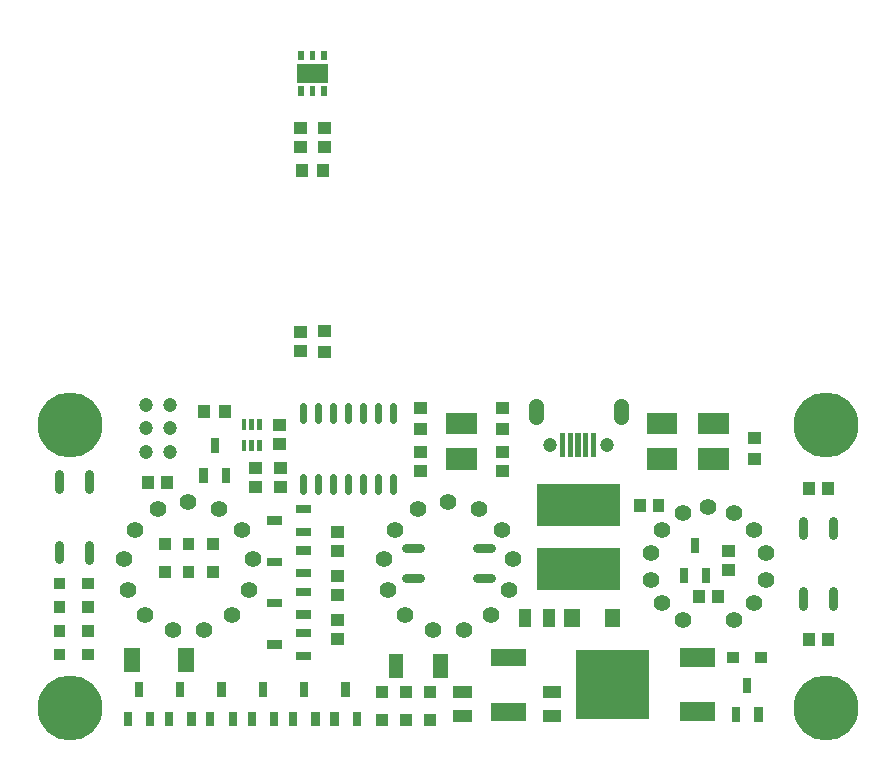
<source format=gbs>
G04 Layer: BottomSolderMaskLayer*
G04 EasyEDA v6.4.5, 2020-08-30T10:48:13+03:00*
G04 413a31d708cc4da382682e4194c4ac02,19ad15c176e44a5d96a851d9d78d95a1,10*
G04 Gerber Generator version 0.2*
G04 Scale: 100 percent, Rotated: No, Reflected: No *
G04 Dimensions in millimeters *
G04 leading zeros omitted , absolute positions ,3 integer and 3 decimal *
%FSLAX33Y33*%
%MOMM*%
G90*
G71D02*

%ADD21C,1.199998*%
%ADD22C,5.499989*%
%ADD23C,1.399997*%
%ADD24C,1.299997*%
%ADD27C,0.599999*%
%ADD30C,0.799998*%

%LPD*%
G54D27*
G01X22690Y27399D02*
G01X22690Y28599D01*
G01X23960Y27399D02*
G01X23960Y28599D01*
G01X25230Y27399D02*
G01X25230Y28599D01*
G01X26500Y27399D02*
G01X26500Y28599D01*
G01X27770Y27399D02*
G01X27770Y28599D01*
G01X29040Y27399D02*
G01X29040Y28599D01*
G01X30310Y27399D02*
G01X30310Y28599D01*
G01X22690Y21400D02*
G01X22690Y22600D01*
G01X23960Y21400D02*
G01X23960Y22600D01*
G01X25230Y21400D02*
G01X25230Y22600D01*
G01X26500Y21400D02*
G01X26500Y22600D01*
G01X27770Y21400D02*
G01X27770Y22600D01*
G01X29040Y21400D02*
G01X29040Y22600D01*
G01X30310Y21400D02*
G01X30310Y22600D01*
G54D24*
G01X49600Y27657D02*
G01X49600Y28557D01*
G01X42400Y27657D02*
G01X42400Y28557D01*
G54D30*
G01X1999Y22799D02*
G01X1999Y21599D01*
G01X4539Y22799D02*
G01X4539Y21599D01*
G01X4542Y16792D02*
G01X4542Y15592D01*
G01X1999Y16800D02*
G01X1999Y15600D01*
G01X31399Y14000D02*
G01X32599Y14000D01*
G01X31399Y16540D02*
G01X32599Y16540D01*
G01X37407Y16542D02*
G01X38607Y16542D01*
G01X37399Y14000D02*
G01X38599Y14000D01*
G01X65000Y18899D02*
G01X65000Y17699D01*
G01X67540Y18899D02*
G01X67540Y17699D01*
G01X67542Y12892D02*
G01X67542Y11692D01*
G01X65000Y12900D02*
G01X65000Y11700D01*
G54D21*
G01X9400Y28700D03*
G01X9400Y26700D03*
G01X9400Y24700D03*
G01X11400Y24700D03*
G01X11400Y26700D03*
G01X11400Y28700D03*
G54D22*
G01X67000Y26999D03*
G01X67000Y3000D03*
G01X2999Y3000D03*
G01X2999Y26999D03*
G36*
G01X7574Y6100D02*
G01X8924Y6100D01*
G01X8924Y8100D01*
G01X7574Y8100D01*
G01X7574Y6100D01*
G37*
G36*
G01X12074Y6100D02*
G01X13424Y6100D01*
G01X13424Y8100D01*
G01X12074Y8100D01*
G01X12074Y6100D01*
G37*
G36*
G01X59275Y15829D02*
G01X59275Y16829D01*
G01X58175Y16829D01*
G01X58175Y15829D01*
G01X59275Y15829D01*
G37*
G36*
G01X59275Y14229D02*
G01X59275Y15229D01*
G01X58175Y15229D01*
G01X58175Y14229D01*
G01X59275Y14229D01*
G37*
G36*
G01X57299Y11900D02*
G01X58299Y11900D01*
G01X58299Y13000D01*
G01X57299Y13000D01*
G01X57299Y11900D01*
G37*
G36*
G01X55699Y11900D02*
G01X56699Y11900D01*
G01X56699Y13000D01*
G01X55699Y13000D01*
G01X55699Y11900D01*
G37*
G36*
G01X21925Y33774D02*
G01X21925Y32774D01*
G01X23025Y32774D01*
G01X23025Y33774D01*
G01X21925Y33774D01*
G37*
G36*
G01X21925Y35374D02*
G01X21925Y34374D01*
G01X23025Y34374D01*
G01X23025Y35374D01*
G01X21925Y35374D01*
G37*
G36*
G01X22249Y58648D02*
G01X22249Y57848D01*
G01X22749Y57848D01*
G01X22749Y58648D01*
G01X22249Y58648D01*
G37*
G36*
G01X23250Y58648D02*
G01X23250Y57848D01*
G01X23750Y57848D01*
G01X23750Y58648D01*
G01X23250Y58648D01*
G37*
G36*
G01X24251Y58648D02*
G01X24251Y57848D01*
G01X24750Y57848D01*
G01X24750Y58648D01*
G01X24251Y58648D01*
G37*
G36*
G01X24251Y55648D02*
G01X24251Y54848D01*
G01X24750Y54848D01*
G01X24750Y55648D01*
G01X24251Y55648D01*
G37*
G36*
G01X23250Y55648D02*
G01X23250Y54848D01*
G01X23750Y54848D01*
G01X23750Y55648D01*
G01X23250Y55648D01*
G37*
G36*
G01X22252Y55648D02*
G01X22252Y54848D01*
G01X22751Y54848D01*
G01X22751Y55648D01*
G01X22252Y55648D01*
G37*
G36*
G01X24800Y57551D02*
G01X22200Y57551D01*
G01X22200Y55951D01*
G01X24800Y55951D01*
G01X24800Y57551D01*
G37*
G36*
G01X14874Y24599D02*
G01X15574Y24599D01*
G01X15574Y25849D01*
G01X14874Y25849D01*
G01X14874Y24599D01*
G37*
G36*
G01X13924Y22100D02*
G01X14624Y22100D01*
G01X14624Y23350D01*
G01X13924Y23350D01*
G01X13924Y22100D01*
G37*
G36*
G01X15824Y22100D02*
G01X16524Y22100D01*
G01X16524Y23350D01*
G01X15824Y23350D01*
G01X15824Y22100D01*
G37*
G36*
G01X42500Y21950D02*
G01X42500Y18450D01*
G01X49500Y18450D01*
G01X49500Y21950D01*
G01X42500Y21950D01*
G37*
G36*
G01X42500Y16550D02*
G01X42500Y13050D01*
G01X49500Y13050D01*
G01X49500Y16550D01*
G01X42500Y16550D01*
G37*
G36*
G01X20225Y22250D02*
G01X20225Y21250D01*
G01X21325Y21250D01*
G01X21325Y22250D01*
G01X20225Y22250D01*
G37*
G36*
G01X20225Y23850D02*
G01X20225Y22850D01*
G01X21325Y22850D01*
G01X21325Y23850D01*
G01X20225Y23850D01*
G37*
G36*
G01X25049Y16849D02*
G01X25049Y15849D01*
G01X26149Y15849D01*
G01X26149Y16849D01*
G01X25049Y16849D01*
G37*
G36*
G01X25049Y18449D02*
G01X25049Y17449D01*
G01X26149Y17449D01*
G01X26149Y18449D01*
G01X25049Y18449D01*
G37*
G36*
G01X25048Y13101D02*
G01X25048Y12101D01*
G01X26148Y12101D01*
G01X26148Y13101D01*
G01X25048Y13101D01*
G37*
G36*
G01X25048Y14701D02*
G01X25048Y13701D01*
G01X26148Y13701D01*
G01X26148Y14701D01*
G01X25048Y14701D01*
G37*
G36*
G01X25048Y9349D02*
G01X25048Y8349D01*
G01X26148Y8349D01*
G01X26148Y9349D01*
G01X25048Y9349D01*
G37*
G36*
G01X25048Y10949D02*
G01X25048Y9949D01*
G01X26148Y9949D01*
G01X26148Y10949D01*
G01X25048Y10949D01*
G37*
G36*
G01X44574Y3850D02*
G01X44574Y4850D01*
G01X43023Y4850D01*
G01X43023Y3850D01*
G01X44574Y3850D01*
G37*
G36*
G01X44574Y1850D02*
G01X44574Y2850D01*
G01X43023Y2850D01*
G01X43023Y1850D01*
G01X44574Y1850D01*
G37*
G36*
G01X42001Y11415D02*
G01X41001Y11415D01*
G01X41001Y9865D01*
G01X42001Y9865D01*
G01X42001Y11415D01*
G37*
G36*
G01X44001Y11415D02*
G01X43001Y11415D01*
G01X43001Y9865D01*
G01X44001Y9865D01*
G01X44001Y11415D01*
G37*
G36*
G01X21924Y51025D02*
G01X21924Y50025D01*
G01X23024Y50025D01*
G01X23024Y51025D01*
G01X21924Y51025D01*
G37*
G36*
G01X21924Y52625D02*
G01X21924Y51625D01*
G01X23024Y51625D01*
G01X23024Y52625D01*
G01X21924Y52625D01*
G37*
G36*
G01X23974Y51025D02*
G01X23974Y50025D01*
G01X25074Y50025D01*
G01X25074Y51025D01*
G01X23974Y51025D01*
G37*
G36*
G01X23974Y52625D02*
G01X23974Y51625D01*
G01X25074Y51625D01*
G01X25074Y52625D01*
G01X23974Y52625D01*
G37*
G36*
G01X20174Y25900D02*
G01X20174Y24900D01*
G01X21274Y24900D01*
G01X21274Y25900D01*
G01X20174Y25900D01*
G37*
G36*
G01X20174Y27500D02*
G01X20174Y26500D01*
G01X21274Y26500D01*
G01X21274Y27500D01*
G01X20174Y27500D01*
G37*
G36*
G01X19250Y22850D02*
G01X19250Y23850D01*
G01X18150Y23850D01*
G01X18150Y22850D01*
G01X19250Y22850D01*
G37*
G36*
G01X19250Y21250D02*
G01X19250Y22250D01*
G01X18150Y22250D01*
G01X18150Y21250D01*
G01X19250Y21250D01*
G37*
G36*
G01X66050Y22201D02*
G01X65050Y22201D01*
G01X65050Y21100D01*
G01X66050Y21100D01*
G01X66050Y22201D01*
G37*
G36*
G01X67650Y22201D02*
G01X66650Y22201D01*
G01X66650Y21100D01*
G01X67650Y21100D01*
G01X67650Y22201D01*
G37*
G36*
G01X66050Y9351D02*
G01X65050Y9351D01*
G01X65050Y8251D01*
G01X66050Y8251D01*
G01X66050Y9351D01*
G37*
G36*
G01X67650Y9351D02*
G01X66650Y9351D01*
G01X66650Y8251D01*
G01X67650Y8251D01*
G01X67650Y9351D01*
G37*
G36*
G01X35424Y2850D02*
G01X35424Y1850D01*
G01X36974Y1850D01*
G01X36974Y2850D01*
G01X35424Y2850D01*
G37*
G36*
G01X35424Y4850D02*
G01X35424Y3850D01*
G01X36974Y3850D01*
G01X36974Y4850D01*
G01X35424Y4850D01*
G37*
G36*
G01X33199Y26150D02*
G01X33199Y27150D01*
G01X32099Y27150D01*
G01X32099Y26150D01*
G01X33199Y26150D01*
G37*
G36*
G01X33199Y27950D02*
G01X33199Y28950D01*
G01X32099Y28950D01*
G01X32099Y27950D01*
G01X33199Y27950D01*
G37*
G36*
G01X29949Y5600D02*
G01X31199Y5600D01*
G01X31199Y7600D01*
G01X29949Y7600D01*
G01X29949Y5600D01*
G37*
G36*
G01X33699Y5600D02*
G01X34949Y5600D01*
G01X34949Y7600D01*
G01X33699Y7600D01*
G01X33699Y5600D01*
G37*
G36*
G01X58749Y23203D02*
G01X58749Y25002D01*
G01X56149Y25002D01*
G01X56149Y23203D01*
G01X58749Y23203D01*
G37*
G36*
G01X58749Y26205D02*
G01X58749Y28005D01*
G01X56149Y28005D01*
G01X56149Y26205D01*
G01X58749Y26205D01*
G37*
G36*
G01X33199Y24200D02*
G01X33199Y25200D01*
G01X32099Y25200D01*
G01X32099Y24200D01*
G01X33199Y24200D01*
G37*
G36*
G01X33199Y22600D02*
G01X33199Y23600D01*
G01X32099Y23600D01*
G01X32099Y22600D01*
G01X33199Y22600D01*
G37*
G36*
G01X54590Y8090D02*
G01X54590Y6489D01*
G01X57589Y6489D01*
G01X57589Y8090D01*
G01X54590Y8090D01*
G37*
G36*
G01X54590Y3510D02*
G01X54590Y1909D01*
G01X57589Y1909D01*
G01X57589Y3510D01*
G01X54590Y3510D01*
G37*
G36*
G01X45809Y7925D02*
G01X45809Y2125D01*
G01X52010Y2125D01*
G01X52010Y7925D01*
G01X45809Y7925D01*
G37*
G36*
G01X12499Y17425D02*
G01X12499Y16425D01*
G01X13499Y16425D01*
G01X13499Y17425D01*
G01X12499Y17425D01*
G37*
G36*
G01X12499Y15025D02*
G01X12499Y14025D01*
G01X13499Y14025D01*
G01X13499Y15025D01*
G01X12499Y15025D01*
G37*
G36*
G01X14549Y17425D02*
G01X14549Y16425D01*
G01X15549Y16425D01*
G01X15549Y17425D01*
G01X14549Y17425D01*
G37*
G36*
G01X14549Y15025D02*
G01X14549Y14025D01*
G01X15549Y14025D01*
G01X15549Y15025D01*
G01X14549Y15025D01*
G37*
G36*
G01X32920Y4899D02*
G01X32920Y3899D01*
G01X33920Y3899D01*
G01X33920Y4899D01*
G01X32920Y4899D01*
G37*
G36*
G01X32920Y2499D02*
G01X32920Y1499D01*
G01X33920Y1499D01*
G01X33920Y2499D01*
G01X32920Y2499D01*
G37*
G36*
G01X30910Y4899D02*
G01X30910Y3899D01*
G01X31910Y3899D01*
G01X31910Y4899D01*
G01X30910Y4899D01*
G37*
G36*
G01X30910Y2499D02*
G01X30910Y1499D01*
G01X31910Y1499D01*
G01X31910Y2499D01*
G01X30910Y2499D01*
G37*
G36*
G01X28900Y4899D02*
G01X28900Y3899D01*
G01X29900Y3899D01*
G01X29900Y4899D01*
G01X28900Y4899D01*
G37*
G36*
G01X28900Y2499D02*
G01X28900Y1499D01*
G01X29900Y1499D01*
G01X29900Y2499D01*
G01X28900Y2499D01*
G37*
G36*
G01X4980Y8060D02*
G01X3980Y8060D01*
G01X3980Y7060D01*
G01X4980Y7060D01*
G01X4980Y8060D01*
G37*
G36*
G01X2580Y8060D02*
G01X1580Y8060D01*
G01X1580Y7060D01*
G01X2580Y7060D01*
G01X2580Y8060D01*
G37*
G36*
G01X4980Y10060D02*
G01X3980Y10060D01*
G01X3980Y9060D01*
G01X4980Y9060D01*
G01X4980Y10060D01*
G37*
G36*
G01X2580Y10060D02*
G01X1580Y10060D01*
G01X1580Y9060D01*
G01X2580Y9060D01*
G01X2580Y10060D01*
G37*
G36*
G01X4980Y12060D02*
G01X3980Y12060D01*
G01X3980Y11060D01*
G01X4980Y11060D01*
G01X4980Y12060D01*
G37*
G36*
G01X2580Y12060D02*
G01X1580Y12060D01*
G01X1580Y11060D01*
G01X2580Y11060D01*
G01X2580Y12060D01*
G37*
G36*
G01X4980Y14060D02*
G01X3980Y14060D01*
G01X3980Y13060D01*
G01X4980Y13060D01*
G01X4980Y14060D01*
G37*
G36*
G01X2580Y14060D02*
G01X1580Y14060D01*
G01X1580Y13060D01*
G01X2580Y13060D01*
G01X2580Y14060D01*
G37*
G36*
G01X10499Y17425D02*
G01X10499Y16425D01*
G01X11499Y16425D01*
G01X11499Y17425D01*
G01X10499Y17425D01*
G37*
G36*
G01X10499Y15025D02*
G01X10499Y14025D01*
G01X11499Y14025D01*
G01X11499Y15025D01*
G01X10499Y15025D01*
G37*
G36*
G01X47514Y24292D02*
G01X47514Y26292D01*
G01X47064Y26292D01*
G01X47064Y24292D01*
G01X47514Y24292D01*
G37*
G36*
G01X46864Y24292D02*
G01X46864Y26292D01*
G01X46414Y26292D01*
G01X46414Y24292D01*
G01X46864Y24292D01*
G37*
G36*
G01X46214Y24292D02*
G01X46214Y26292D01*
G01X45764Y26292D01*
G01X45764Y24292D01*
G01X46214Y24292D01*
G37*
G36*
G01X45564Y24292D02*
G01X45564Y26292D01*
G01X45114Y26292D01*
G01X45114Y24292D01*
G01X45564Y24292D01*
G37*
G36*
G01X44914Y24292D02*
G01X44914Y26292D01*
G01X44464Y26292D01*
G01X44464Y24292D01*
G01X44914Y24292D01*
G37*
G54D21*
G01X43589Y25307D03*
G01X48430Y25307D03*
G36*
G01X54399Y23203D02*
G01X54399Y25002D01*
G01X51799Y25002D01*
G01X51799Y23203D01*
G01X54399Y23203D01*
G37*
G36*
G01X54399Y26205D02*
G01X54399Y28005D01*
G01X51799Y28005D01*
G01X51799Y26205D01*
G01X54399Y26205D01*
G37*
G36*
G01X59949Y4324D02*
G01X60649Y4324D01*
G01X60649Y5574D01*
G01X59949Y5574D01*
G01X59949Y4324D01*
G37*
G36*
G01X58999Y1825D02*
G01X59699Y1825D01*
G01X59699Y3075D01*
G01X58999Y3075D01*
G01X58999Y1825D01*
G37*
G36*
G01X60899Y1825D02*
G01X61599Y1825D01*
G01X61599Y3075D01*
G01X60899Y3075D01*
G01X60899Y1825D01*
G37*
G36*
G01X41600Y6554D02*
G01X41600Y8054D01*
G01X38600Y8054D01*
G01X38600Y6554D01*
G01X41600Y6554D01*
G37*
G36*
G01X41600Y1945D02*
G01X41600Y3445D01*
G01X38600Y3445D01*
G01X38600Y1945D01*
G01X41600Y1945D01*
G37*
G36*
G01X60399Y26399D02*
G01X60399Y25399D01*
G01X61499Y25399D01*
G01X61499Y26399D01*
G01X60399Y26399D01*
G37*
G36*
G01X60399Y24599D02*
G01X60399Y23599D01*
G01X61499Y23599D01*
G01X61499Y24599D01*
G01X60399Y24599D01*
G37*
G36*
G01X61999Y7800D02*
G01X60999Y7800D01*
G01X60999Y6800D01*
G01X61999Y6800D01*
G01X61999Y7800D01*
G37*
G36*
G01X59599Y7800D02*
G01X58599Y7800D01*
G01X58599Y6800D01*
G01X59599Y6800D01*
G01X59599Y7800D01*
G37*
G36*
G01X20875Y18550D02*
G01X20875Y19250D01*
G01X19625Y19250D01*
G01X19625Y18550D01*
G01X20875Y18550D01*
G37*
G36*
G01X23374Y17600D02*
G01X23374Y18300D01*
G01X22124Y18300D01*
G01X22124Y17600D01*
G01X23374Y17600D01*
G37*
G36*
G01X23374Y19499D02*
G01X23374Y20199D01*
G01X22124Y20199D01*
G01X22124Y19499D01*
G01X23374Y19499D01*
G37*
G36*
G01X20875Y11549D02*
G01X20875Y12250D01*
G01X19625Y12250D01*
G01X19625Y11549D01*
G01X20875Y11549D01*
G37*
G36*
G01X23374Y10600D02*
G01X23374Y11300D01*
G01X22124Y11300D01*
G01X22124Y10600D01*
G01X23374Y10600D01*
G37*
G36*
G01X23374Y12499D02*
G01X23374Y13199D01*
G01X22124Y13199D01*
G01X22124Y12499D01*
G01X23374Y12499D01*
G37*
G36*
G01X25949Y3974D02*
G01X26649Y3974D01*
G01X26649Y5224D01*
G01X25949Y5224D01*
G01X25949Y3974D01*
G37*
G36*
G01X25000Y1475D02*
G01X25700Y1475D01*
G01X25700Y2725D01*
G01X25000Y2725D01*
G01X25000Y1475D01*
G37*
G36*
G01X26899Y1475D02*
G01X27599Y1475D01*
G01X27599Y2725D01*
G01X26899Y2725D01*
G01X26899Y1475D01*
G37*
G36*
G01X20875Y15049D02*
G01X20875Y15750D01*
G01X19625Y15750D01*
G01X19625Y15049D01*
G01X20875Y15049D01*
G37*
G36*
G01X23374Y14100D02*
G01X23374Y14800D01*
G01X22124Y14800D01*
G01X22124Y14100D01*
G01X23374Y14100D01*
G37*
G36*
G01X23374Y15999D02*
G01X23374Y16699D01*
G01X22124Y16699D01*
G01X22124Y15999D01*
G01X23374Y15999D01*
G37*
G36*
G01X20875Y8049D02*
G01X20875Y8750D01*
G01X19625Y8750D01*
G01X19625Y8049D01*
G01X20875Y8049D01*
G37*
G36*
G01X23374Y7100D02*
G01X23374Y7800D01*
G01X22124Y7800D01*
G01X22124Y7100D01*
G01X23374Y7100D01*
G37*
G36*
G01X23374Y8999D02*
G01X23374Y9699D01*
G01X22124Y9699D01*
G01X22124Y8999D01*
G01X23374Y8999D01*
G37*
G36*
G01X22449Y3974D02*
G01X23149Y3974D01*
G01X23149Y5224D01*
G01X22449Y5224D01*
G01X22449Y3974D01*
G37*
G36*
G01X21500Y1475D02*
G01X22200Y1475D01*
G01X22200Y2725D01*
G01X21500Y2725D01*
G01X21500Y1475D01*
G37*
G36*
G01X23399Y1475D02*
G01X24099Y1475D01*
G01X24099Y2725D01*
G01X23399Y2725D01*
G01X23399Y1475D01*
G37*
G36*
G01X18948Y3974D02*
G01X19649Y3974D01*
G01X19649Y5224D01*
G01X18948Y5224D01*
G01X18948Y3974D01*
G37*
G36*
G01X17999Y1475D02*
G01X18699Y1475D01*
G01X18699Y2725D01*
G01X17999Y2725D01*
G01X17999Y1475D01*
G37*
G36*
G01X19898Y1475D02*
G01X20598Y1475D01*
G01X20598Y2725D01*
G01X19898Y2725D01*
G01X19898Y1475D01*
G37*
G36*
G01X15449Y3974D02*
G01X16150Y3974D01*
G01X16150Y5224D01*
G01X15449Y5224D01*
G01X15449Y3974D01*
G37*
G36*
G01X14500Y1475D02*
G01X15200Y1475D01*
G01X15200Y2725D01*
G01X14500Y2725D01*
G01X14500Y1475D01*
G37*
G36*
G01X16399Y1475D02*
G01X17099Y1475D01*
G01X17099Y2725D01*
G01X16399Y2725D01*
G01X16399Y1475D01*
G37*
G36*
G01X11949Y3974D02*
G01X12649Y3974D01*
G01X12649Y5224D01*
G01X11949Y5224D01*
G01X11949Y3974D01*
G37*
G36*
G01X11000Y1475D02*
G01X11700Y1475D01*
G01X11700Y2725D01*
G01X11000Y2725D01*
G01X11000Y1475D01*
G37*
G36*
G01X12899Y1475D02*
G01X13599Y1475D01*
G01X13599Y2725D01*
G01X12899Y2725D01*
G01X12899Y1475D01*
G37*
G36*
G01X8449Y3974D02*
G01X9149Y3974D01*
G01X9149Y5224D01*
G01X8449Y5224D01*
G01X8449Y3974D01*
G37*
G36*
G01X7500Y1475D02*
G01X8200Y1475D01*
G01X8200Y2725D01*
G01X7500Y2725D01*
G01X7500Y1475D01*
G37*
G36*
G01X9399Y1475D02*
G01X10099Y1475D01*
G01X10099Y2725D01*
G01X9399Y2725D01*
G01X9399Y1475D01*
G37*
G36*
G01X37399Y23203D02*
G01X37399Y25002D01*
G01X34799Y25002D01*
G01X34799Y23203D01*
G01X37399Y23203D01*
G37*
G36*
G01X37399Y26205D02*
G01X37399Y28005D01*
G01X34799Y28005D01*
G01X34799Y26205D01*
G01X37399Y26205D01*
G37*
G36*
G01X39049Y28949D02*
G01X39049Y27949D01*
G01X40149Y27949D01*
G01X40149Y28949D01*
G01X39049Y28949D01*
G37*
G36*
G01X39049Y27149D02*
G01X39049Y26149D01*
G01X40149Y26149D01*
G01X40149Y27149D01*
G01X39049Y27149D01*
G37*
G36*
G01X24899Y49099D02*
G01X23899Y49099D01*
G01X23899Y47999D01*
G01X24899Y47999D01*
G01X24899Y49099D01*
G37*
G36*
G01X23099Y49099D02*
G01X22099Y49099D01*
G01X22099Y47999D01*
G01X23099Y47999D01*
G01X23099Y49099D01*
G37*
G36*
G01X13799Y27549D02*
G01X14799Y27549D01*
G01X14799Y28650D01*
G01X13799Y28650D01*
G01X13799Y27549D01*
G37*
G36*
G01X15600Y27549D02*
G01X16600Y27549D01*
G01X16600Y28650D01*
G01X15600Y28650D01*
G01X15600Y27549D01*
G37*
G36*
G01X18149Y26599D02*
G01X18549Y26599D01*
G01X18549Y27499D01*
G01X18149Y27499D01*
G01X18149Y26599D01*
G37*
G36*
G01X18799Y26599D02*
G01X19199Y26599D01*
G01X19199Y27499D01*
G01X18799Y27499D01*
G01X18799Y26599D01*
G37*
G36*
G01X18799Y24800D02*
G01X19199Y24800D01*
G01X19199Y25700D01*
G01X18799Y25700D01*
G01X18799Y24800D01*
G37*
G36*
G01X18149Y24800D02*
G01X18549Y24800D01*
G01X18549Y25700D01*
G01X18149Y25700D01*
G01X18149Y24800D01*
G37*
G36*
G01X17499Y24800D02*
G01X17899Y24800D01*
G01X17899Y25700D01*
G01X17499Y25700D01*
G01X17499Y24800D01*
G37*
G36*
G01X17499Y26599D02*
G01X17899Y26599D01*
G01X17899Y27499D01*
G01X17499Y27499D01*
G01X17499Y26599D01*
G37*
G36*
G01X48228Y11400D02*
G01X49528Y11400D01*
G01X49528Y9900D01*
G01X48228Y9900D01*
G01X48228Y11400D01*
G37*
G36*
G01X44828Y11400D02*
G01X46128Y11400D01*
G01X46128Y9900D01*
G01X44828Y9900D01*
G01X44828Y11400D01*
G37*
G36*
G01X55539Y16144D02*
G01X56239Y16144D01*
G01X56239Y17394D01*
G01X55539Y17394D01*
G01X55539Y16144D01*
G37*
G36*
G01X54589Y13645D02*
G01X55289Y13645D01*
G01X55289Y14895D01*
G01X54589Y14895D01*
G01X54589Y13645D01*
G37*
G36*
G01X56489Y13645D02*
G01X57189Y13645D01*
G01X57189Y14895D01*
G01X56489Y14895D01*
G01X56489Y13645D01*
G37*
G36*
G01X25075Y32660D02*
G01X25075Y33660D01*
G01X23975Y33660D01*
G01X23975Y32660D01*
G01X25075Y32660D01*
G37*
G36*
G01X25075Y34460D02*
G01X25075Y35460D01*
G01X23975Y35460D01*
G01X23975Y34460D01*
G01X25075Y34460D01*
G37*
G36*
G01X10099Y22700D02*
G01X9099Y22700D01*
G01X9099Y21599D01*
G01X10099Y21599D01*
G01X10099Y22700D01*
G37*
G36*
G01X11699Y22700D02*
G01X10699Y22700D01*
G01X10699Y21599D01*
G01X11699Y21599D01*
G01X11699Y22700D01*
G37*
G36*
G01X39049Y23599D02*
G01X39049Y22599D01*
G01X40149Y22599D01*
G01X40149Y23599D01*
G01X39049Y23599D01*
G37*
G36*
G01X39049Y25199D02*
G01X39049Y24199D01*
G01X40149Y24199D01*
G01X40149Y25199D01*
G01X39049Y25199D01*
G37*
G36*
G01X52299Y19649D02*
G01X53299Y19649D01*
G01X53299Y20749D01*
G01X52299Y20749D01*
G01X52299Y19649D01*
G37*
G36*
G01X50699Y19649D02*
G01X51699Y19649D01*
G01X51699Y20749D01*
G01X50699Y20749D01*
G01X50699Y19649D01*
G37*
G54D23*
G01X57000Y20000D03*
G01X54830Y19504D03*
G01X53091Y18117D03*
G01X52125Y16112D03*
G01X52125Y13887D03*
G01X53091Y11882D03*
G01X54830Y10495D03*
G01X59169Y10495D03*
G01X60909Y11882D03*
G01X61874Y13887D03*
G01X61874Y16112D03*
G01X60909Y18117D03*
G01X59169Y19504D03*
G01X12999Y20499D03*
G01X10443Y19869D03*
G01X8473Y18124D03*
G01X7539Y15662D03*
G01X7857Y13049D03*
G01X9352Y10883D03*
G01X11683Y9659D03*
G01X14316Y9659D03*
G01X16647Y10883D03*
G01X18142Y13049D03*
G01X18459Y15662D03*
G01X17526Y18124D03*
G01X15555Y19869D03*
G01X34999Y20499D03*
G01X32443Y19869D03*
G01X30473Y18124D03*
G01X29539Y15662D03*
G01X29857Y13049D03*
G01X31352Y10883D03*
G01X33683Y9659D03*
G01X36316Y9659D03*
G01X38647Y10883D03*
G01X40142Y13049D03*
G01X40459Y15662D03*
G01X39526Y18124D03*
G01X37555Y19869D03*
M00*
M02*

</source>
